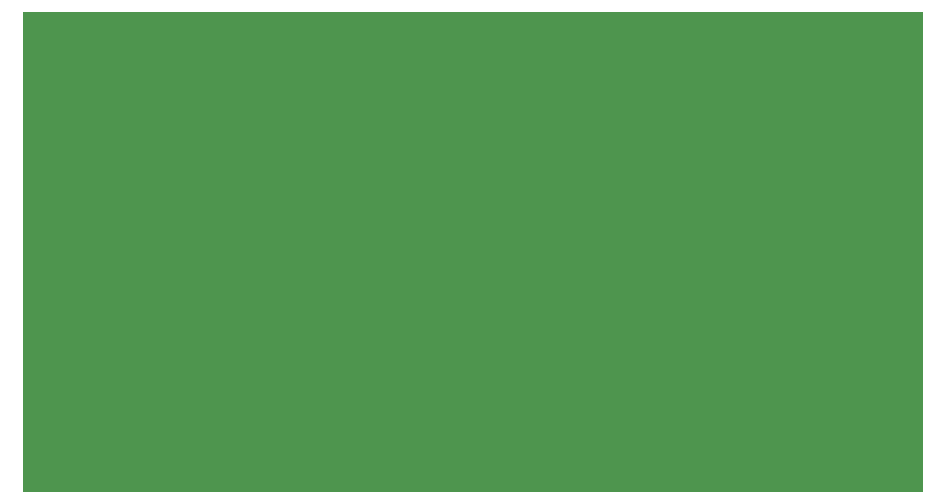
<source format=gbl>
G04*
G04 #@! TF.GenerationSoftware,Altium Limited,Altium Designer,19.1.7 (138)*
G04*
G04 Layer_Physical_Order=4*
G04 Layer_Color=16711680*
%FSLAX25Y25*%
%MOIN*%
G70*
G01*
G75*
%ADD13R,0.20000X0.09000*%
%ADD21C,0.01500*%
G36*
X300000Y0D02*
X0D01*
Y160000D01*
X300000D01*
Y0D01*
D02*
G37*
D13*
X10600Y57400D02*
D03*
Y22600D02*
D03*
Y137400D02*
D03*
Y102600D02*
D03*
X289400D02*
D03*
Y137400D02*
D03*
Y22600D02*
D03*
Y57400D02*
D03*
D21*
X282067Y116906D02*
D03*
X114070Y117056D02*
D03*
X155509Y122944D02*
D03*
X152570Y117056D02*
D03*
X89009Y122944D02*
D03*
X183510D02*
D03*
X145571Y117056D02*
D03*
X26010Y122944D02*
D03*
X264570Y117056D02*
D03*
X8513Y123094D02*
D03*
X64509Y122944D02*
D03*
X208010D02*
D03*
X68010D02*
D03*
X29509D02*
D03*
X57509D02*
D03*
X166009D02*
D03*
X100071Y117056D02*
D03*
X128070D02*
D03*
X225510Y122944D02*
D03*
X12574Y116906D02*
D03*
X159571Y117056D02*
D03*
X170071D02*
D03*
X99510Y122944D02*
D03*
X253509D02*
D03*
X215009D02*
D03*
X208571Y117056D02*
D03*
X281506Y123094D02*
D03*
X190509Y122944D02*
D03*
X22510D02*
D03*
X191070Y117056D02*
D03*
X247071D02*
D03*
X5574Y116906D02*
D03*
X149071Y117056D02*
D03*
X218510Y122944D02*
D03*
X78509D02*
D03*
X51070Y117056D02*
D03*
X82570D02*
D03*
X138570D02*
D03*
X261070D02*
D03*
X264009Y122944D02*
D03*
X19013Y123094D02*
D03*
X96009Y122944D02*
D03*
X194009D02*
D03*
X267510D02*
D03*
X134510D02*
D03*
X19574Y116906D02*
D03*
X40571Y117056D02*
D03*
X232509Y122944D02*
D03*
X72070Y117056D02*
D03*
X121071D02*
D03*
X2074Y116906D02*
D03*
X131009Y122944D02*
D03*
X197510D02*
D03*
X79071Y117056D02*
D03*
X65070D02*
D03*
X142070D02*
D03*
X103009Y122944D02*
D03*
X75010D02*
D03*
X33009D02*
D03*
X177070Y117056D02*
D03*
X68571D02*
D03*
X184071D02*
D03*
X257010Y122944D02*
D03*
X292567Y116906D02*
D03*
X50510Y122944D02*
D03*
X145010D02*
D03*
X120510D02*
D03*
X274510D02*
D03*
X236571Y117056D02*
D03*
X163070D02*
D03*
X159010Y122944D02*
D03*
X12013Y123094D02*
D03*
X135071Y117056D02*
D03*
X194571D02*
D03*
X96570D02*
D03*
X229010Y122944D02*
D03*
X180570Y117056D02*
D03*
X187571D02*
D03*
X30070D02*
D03*
X246510Y122944D02*
D03*
X173010D02*
D03*
X106509D02*
D03*
X124571Y117056D02*
D03*
X110010Y122944D02*
D03*
X5013Y123094D02*
D03*
X239510Y122944D02*
D03*
X37071Y117056D02*
D03*
X54571D02*
D03*
X285567Y116906D02*
D03*
X222570Y117056D02*
D03*
X92510Y122944D02*
D03*
X250009D02*
D03*
X226070Y117056D02*
D03*
X176509Y122944D02*
D03*
X295506Y123094D02*
D03*
X36509Y122944D02*
D03*
X1513Y123094D02*
D03*
X61571Y117056D02*
D03*
X292006Y123094D02*
D03*
X201009Y122944D02*
D03*
X271570Y117056D02*
D03*
X33571D02*
D03*
X212070D02*
D03*
X211509Y122944D02*
D03*
X243009D02*
D03*
X89570Y117056D02*
D03*
X162510Y122944D02*
D03*
X278571Y117056D02*
D03*
X268071D02*
D03*
X47010Y122944D02*
D03*
X236010D02*
D03*
X86071Y117056D02*
D03*
X205070D02*
D03*
X219071D02*
D03*
X233070D02*
D03*
X152009Y122944D02*
D03*
X40009D02*
D03*
X117570Y117056D02*
D03*
X138010Y122944D02*
D03*
X180009D02*
D03*
X285006Y123094D02*
D03*
X44071Y117056D02*
D03*
X26570D02*
D03*
X131570D02*
D03*
X127509Y122944D02*
D03*
X271009D02*
D03*
X240071Y117056D02*
D03*
X289067Y116906D02*
D03*
X117009Y122944D02*
D03*
X71509D02*
D03*
X201571Y117056D02*
D03*
X222009Y122944D02*
D03*
X9074Y116906D02*
D03*
X113510Y122944D02*
D03*
X58070Y117056D02*
D03*
X288506Y123094D02*
D03*
X16074Y116906D02*
D03*
X260509Y122944D02*
D03*
X204509D02*
D03*
X141509D02*
D03*
X85510D02*
D03*
X173571Y117056D02*
D03*
X215570D02*
D03*
X166570D02*
D03*
X250571D02*
D03*
X257571D02*
D03*
X107071D02*
D03*
X296067Y116906D02*
D03*
X198071Y117056D02*
D03*
X43510Y122944D02*
D03*
X169509D02*
D03*
X93071Y117056D02*
D03*
X243570D02*
D03*
X61010Y122944D02*
D03*
X54009D02*
D03*
X47570Y117056D02*
D03*
X124010Y122944D02*
D03*
X156070Y117056D02*
D03*
X229571D02*
D03*
X278010Y122944D02*
D03*
X148510D02*
D03*
X103570Y117056D02*
D03*
X187010Y122944D02*
D03*
X75570Y117056D02*
D03*
X254070D02*
D03*
X82010Y122944D02*
D03*
X275071Y117056D02*
D03*
X110571D02*
D03*
X23070D02*
D03*
M02*

</source>
